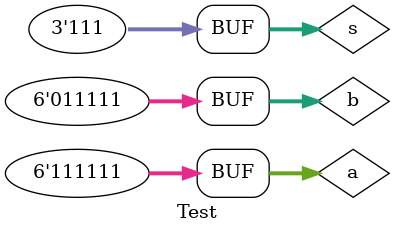
<source format=v>
`timescale 1ns / 1ps
module Test();
    reg [5:0] a,b;
    reg [2:0] s;
    wire [5:0] y;
    wire f;
    ALU LUT (
        .a(a),
        .b(b),
        .s(s),
        .y(y),
        .f(f)
    );
    initial//³õÊ¼»¯£¬Ã¿ÖÐÔËËã²ÁÊÃÁ½×éÊý¾Ý
    begin
        /*0¿ÕÔËËã*/
            s=3'b0000;a=6'b000000; b=6'b000001;#50;
            s=3'b0000;a=6'b000001; b=6'b000001;#50;
        /*1ËãÊõ¼ÓÔËËã*/
            s=3'b0001;a=6'b011111; b=6'b011111;#50;
            s=3'b0001;a=6'b111111; b=6'b111111;#50;
        /*2ËãÊõ¼õÔËËã*/
            s=3'b0010;a=6'b011111; b=6'b011110;#50;
            s=3'b0010;a=6'b011111; b=6'b111111;#50;
        /*3°´Î»Óë*/
            s=3'b0011;a=6'b000000; b=6'b000001;#50;
            s=3'b0011;a=6'b000001; b=6'b000001;#50;
        /*4°´Î»»ò*/
            s=3'b0100;a=6'b000000; b=6'b000001;#50;
            s=3'b0100;a=6'b000000; b=6'b000000;#50;
        /*5°´Î»Òì»ò*/
            s=3'b0101;a=6'b000000; b=6'b000001;#50;
            s=3'b0101;a=6'b000000; b=6'b000000;#50;
        /*6°´Î»»ò·Ç*/
            s=3'b0110;a=6'b000000; b=6'b000001;#50;
            s=3'b0110;a=6'b000000; b=6'b000000;#50;
        /*7a>bÊ±,Êä³ö1£¬·ñÔòÊä³ö0*/
            s=3'b0111;a=6'b011111; b=6'b100111;#50;
            s=3'b0111;a=6'b111111; b=6'b011111;#50;
    end
    
endmodule

</source>
